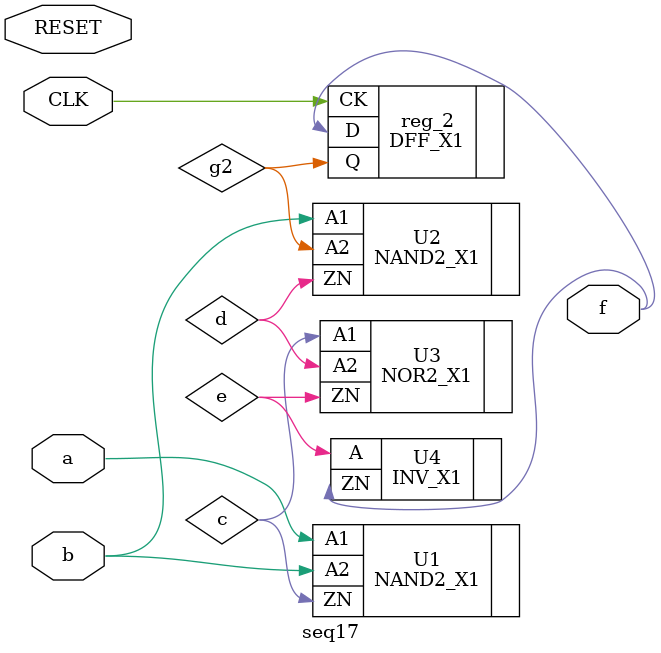
<source format=v>
module seq17(a, b, f, RESET, CLK);

  input a, b, RESET, CLK;
  output f;

  wire c, d, e, g2;

  NAND2_X1 U1 ( .A1(a), .A2(b), .ZN(c) );
  NAND2_X1 U2 ( .A1(b), .A2(g2), .ZN(d) );
  NOR2_X1 U3( .A1(c), .A2(d), .ZN(e) );
  INV_X1 U4( .A(e), .ZN(f) );
  DFF_X1 reg_2( .D(f), .CK(CLK), .Q(g2) );

endmodule

</source>
